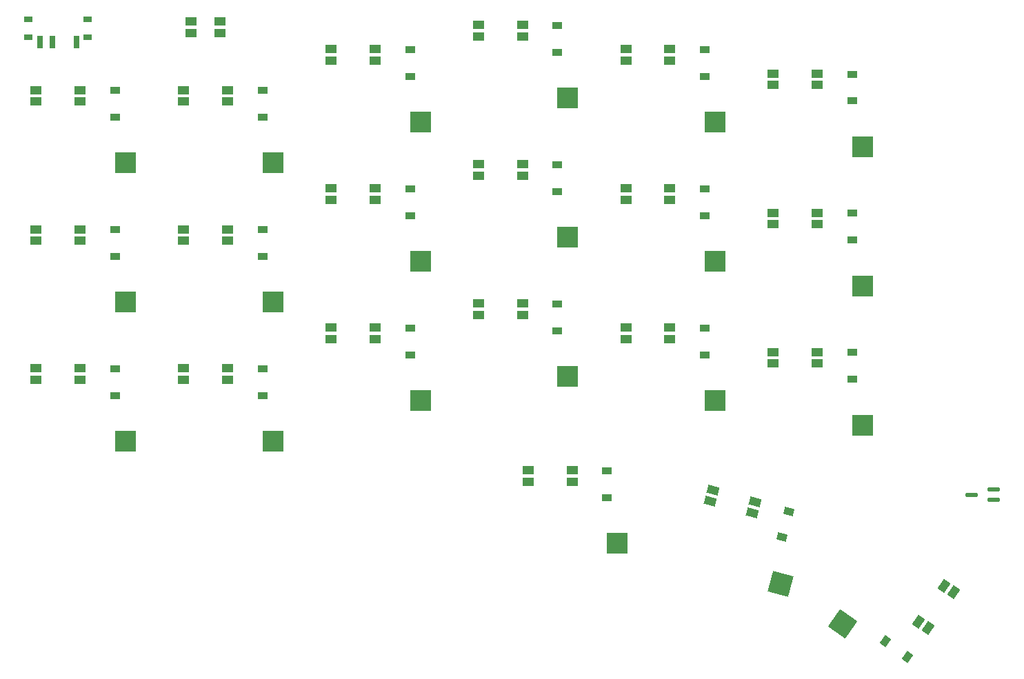
<source format=gbr>
%TF.GenerationSoftware,KiCad,Pcbnew,8.0.5*%
%TF.CreationDate,2024-11-11T15:34:28+00:00*%
%TF.ProjectId,kybd,6b796264-2e6b-4696-9361-645f70636258,v1.0.0*%
%TF.SameCoordinates,Original*%
%TF.FileFunction,Paste,Top*%
%TF.FilePolarity,Positive*%
%FSLAX46Y46*%
G04 Gerber Fmt 4.6, Leading zero omitted, Abs format (unit mm)*
G04 Created by KiCad (PCBNEW 8.0.5) date 2024-11-11 15:34:28*
%MOMM*%
%LPD*%
G01*
G04 APERTURE LIST*
G04 Aperture macros list*
%AMRoundRect*
0 Rectangle with rounded corners*
0 $1 Rounding radius*
0 $2 $3 $4 $5 $6 $7 $8 $9 X,Y pos of 4 corners*
0 Add a 4 corners polygon primitive as box body*
4,1,4,$2,$3,$4,$5,$6,$7,$8,$9,$2,$3,0*
0 Add four circle primitives for the rounded corners*
1,1,$1+$1,$2,$3*
1,1,$1+$1,$4,$5*
1,1,$1+$1,$6,$7*
1,1,$1+$1,$8,$9*
0 Add four rect primitives between the rounded corners*
20,1,$1+$1,$2,$3,$4,$5,0*
20,1,$1+$1,$4,$5,$6,$7,0*
20,1,$1+$1,$6,$7,$8,$9,0*
20,1,$1+$1,$8,$9,$2,$3,0*%
%AMRotRect*
0 Rectangle, with rotation*
0 The origin of the aperture is its center*
0 $1 length*
0 $2 width*
0 $3 Rotation angle, in degrees counterclockwise*
0 Add horizontal line*
21,1,$1,$2,0,0,$3*%
G04 Aperture macros list end*
%ADD10RotRect,0.900000X1.200000X255.000000*%
%ADD11R,1.400000X1.050000*%
%ADD12R,1.200000X0.900000*%
%ADD13R,2.600000X2.600000*%
%ADD14RotRect,2.600000X2.600000X165.000000*%
%ADD15RotRect,2.600000X2.600000X55.000000*%
%ADD16RotRect,0.900000X1.200000X145.000000*%
%ADD17R,1.400000X1.000000*%
%ADD18RotRect,1.400000X1.000000X235.000000*%
%ADD19RotRect,1.400000X1.000000X165.000000*%
%ADD20R,1.000000X0.800000*%
%ADD21R,0.700000X1.500000*%
%ADD22RoundRect,0.112500X0.637500X-0.112500X0.637500X0.112500X-0.637500X0.112500X-0.637500X-0.112500X0*%
G04 APERTURE END LIST*
D10*
%TO.C,D20*%
X164744350Y-87337222D03*
X163890250Y-90524778D03*
%TD*%
D11*
%TO.C,SW1*%
X91300000Y-28620000D03*
X94900000Y-28620000D03*
X91300000Y-27180000D03*
X94900000Y-27180000D03*
%TD*%
D12*
%TO.C,D5*%
X100100000Y-52750000D03*
X100100000Y-56050000D03*
%TD*%
%TO.C,D17*%
X172500000Y-50750000D03*
X172500000Y-54050000D03*
%TD*%
D13*
%TO.C,S20*%
X143675000Y-91250000D03*
%TD*%
%TO.C,S10*%
X119475000Y-39550000D03*
%TD*%
%TO.C,S8*%
X119475000Y-73750000D03*
%TD*%
D12*
%TO.C,D19*%
X142400000Y-82350000D03*
X142400000Y-85650000D03*
%TD*%
D13*
%TO.C,S4*%
X83275000Y-44550000D03*
%TD*%
D12*
%TO.C,D10*%
X136300000Y-61850000D03*
X136300000Y-65150000D03*
%TD*%
%TO.C,D15*%
X154400000Y-30650000D03*
X154400000Y-33950000D03*
%TD*%
D13*
%TO.C,S14*%
X155675000Y-73750000D03*
%TD*%
%TO.C,S2*%
X83275000Y-78750000D03*
%TD*%
D12*
%TO.C,D8*%
X118200000Y-47750000D03*
X118200000Y-51050000D03*
%TD*%
D13*
%TO.C,S5*%
X101375000Y-78750000D03*
%TD*%
D12*
%TO.C,D7*%
X118200000Y-64850000D03*
X118200000Y-68150000D03*
%TD*%
D13*
%TO.C,S18*%
X173775000Y-59650000D03*
%TD*%
D12*
%TO.C,D4*%
X100100000Y-69850000D03*
X100100000Y-73150000D03*
%TD*%
D13*
%TO.C,S11*%
X137575000Y-70750000D03*
%TD*%
D12*
%TO.C,D6*%
X100100000Y-35650000D03*
X100100000Y-38950000D03*
%TD*%
%TO.C,D1*%
X82000000Y-69850000D03*
X82000000Y-73150000D03*
%TD*%
D13*
%TO.C,S17*%
X173775000Y-76750000D03*
%TD*%
%TO.C,S6*%
X101375000Y-61650000D03*
%TD*%
%TO.C,S15*%
X155675000Y-56650000D03*
%TD*%
D12*
%TO.C,D13*%
X154400000Y-64850000D03*
X154400000Y-68150000D03*
%TD*%
D14*
%TO.C,S21*%
X163672465Y-96263949D03*
%TD*%
D15*
%TO.C,S1*%
X171289635Y-101145072D03*
%TD*%
D12*
%TO.C,D3*%
X82000000Y-35650000D03*
X82000000Y-38950000D03*
%TD*%
D13*
%TO.C,S19*%
X173775000Y-42550000D03*
%TD*%
%TO.C,S7*%
X101375000Y-44550000D03*
%TD*%
D16*
%TO.C,D21*%
X179311401Y-105205501D03*
X176608199Y-103312699D03*
%TD*%
D12*
%TO.C,D11*%
X136300000Y-44750000D03*
X136300000Y-48050000D03*
%TD*%
%TO.C,D16*%
X172500000Y-67850000D03*
X172500000Y-71150000D03*
%TD*%
%TO.C,D18*%
X172500000Y-33650000D03*
X172500000Y-36950000D03*
%TD*%
D13*
%TO.C,S9*%
X119475000Y-56650000D03*
%TD*%
D12*
%TO.C,D14*%
X154400000Y-47750000D03*
X154400000Y-51050000D03*
%TD*%
D13*
%TO.C,S12*%
X137575000Y-53650000D03*
%TD*%
D12*
%TO.C,D2*%
X82000000Y-52750000D03*
X82000000Y-56050000D03*
%TD*%
%TO.C,D12*%
X136300000Y-27650000D03*
X136300000Y-30950000D03*
%TD*%
D13*
%TO.C,S16*%
X155675000Y-39550000D03*
%TD*%
D12*
%TO.C,D9*%
X118200000Y-30650000D03*
X118200000Y-33950000D03*
%TD*%
D13*
%TO.C,S13*%
X137575000Y-36550000D03*
%TD*%
%TO.C,S3*%
X83275000Y-61650000D03*
%TD*%
D17*
%TO.C,LED3*%
X132000000Y-27600000D03*
X132000000Y-29000000D03*
X126600000Y-29000000D03*
X126600000Y-27600000D03*
%TD*%
%TO.C,LED1*%
X168200000Y-33600000D03*
X168200000Y-35000000D03*
X162800000Y-35000000D03*
X162800000Y-33600000D03*
%TD*%
%TO.C,LED18*%
X77700000Y-69800000D03*
X77700000Y-71200000D03*
X72300000Y-71200000D03*
X72300000Y-69800000D03*
%TD*%
%TO.C,LED15*%
X132000000Y-61800000D03*
X132000000Y-63200000D03*
X126600000Y-63200000D03*
X126600000Y-61800000D03*
%TD*%
D18*
%TO.C,LED21*%
X181818750Y-101711814D03*
X180671937Y-100908807D03*
X183769250Y-96485386D03*
X184916063Y-97288393D03*
%TD*%
D17*
%TO.C,LED6*%
X77700000Y-35600000D03*
X77700000Y-37000000D03*
X72300000Y-37000000D03*
X72300000Y-35600000D03*
%TD*%
%TO.C,LED11*%
X144700000Y-49100000D03*
X144700000Y-47700000D03*
X150100000Y-47700000D03*
X150100000Y-49100000D03*
%TD*%
D19*
%TO.C,LED20*%
X155025527Y-86130637D03*
X155387874Y-84778340D03*
X160603873Y-86175963D03*
X160241526Y-87528260D03*
%TD*%
D17*
%TO.C,LED7*%
X72300000Y-54100000D03*
X72300000Y-52700000D03*
X77700000Y-52700000D03*
X77700000Y-54100000D03*
%TD*%
%TO.C,LED17*%
X95800000Y-69800000D03*
X95800000Y-71200000D03*
X90400000Y-71200000D03*
X90400000Y-69800000D03*
%TD*%
%TO.C,LED19*%
X132700000Y-83700000D03*
X132700000Y-82300000D03*
X138100000Y-82300000D03*
X138100000Y-83700000D03*
%TD*%
%TO.C,LED9*%
X108500000Y-49100000D03*
X108500000Y-47700000D03*
X113900000Y-47700000D03*
X113900000Y-49100000D03*
%TD*%
%TO.C,LED14*%
X150100000Y-64800000D03*
X150100000Y-66200000D03*
X144700000Y-66200000D03*
X144700000Y-64800000D03*
%TD*%
%TO.C,LED5*%
X95800000Y-35600000D03*
X95800000Y-37000000D03*
X90400000Y-37000000D03*
X90400000Y-35600000D03*
%TD*%
%TO.C,LED12*%
X162800000Y-52100000D03*
X162800000Y-50700000D03*
X168200000Y-50700000D03*
X168200000Y-52100000D03*
%TD*%
%TO.C,LED10*%
X126600000Y-46100000D03*
X126600000Y-44700000D03*
X132000000Y-44700000D03*
X132000000Y-46100000D03*
%TD*%
D20*
%TO.C,PWR1*%
X71350000Y-29085000D03*
X78650000Y-29085000D03*
X71350000Y-26875000D03*
X78650000Y-26875000D03*
D21*
X77250000Y-29735000D03*
X74250000Y-29735000D03*
X72750000Y-29735000D03*
%TD*%
D17*
%TO.C,LED4*%
X113900000Y-30600000D03*
X113900000Y-32000000D03*
X108500000Y-32000000D03*
X108500000Y-30600000D03*
%TD*%
D22*
%TO.C,D22*%
X189830000Y-85950000D03*
X189830000Y-84650000D03*
X187170000Y-85300000D03*
%TD*%
D17*
%TO.C,LED13*%
X168200000Y-67800000D03*
X168200000Y-69200000D03*
X162800000Y-69200000D03*
X162800000Y-67800000D03*
%TD*%
%TO.C,LED8*%
X90400000Y-54100000D03*
X90400000Y-52700000D03*
X95800000Y-52700000D03*
X95800000Y-54100000D03*
%TD*%
%TO.C,LED16*%
X113900000Y-64800000D03*
X113900000Y-66200000D03*
X108500000Y-66200000D03*
X108500000Y-64800000D03*
%TD*%
%TO.C,LED2*%
X150100000Y-30600000D03*
X150100000Y-32000000D03*
X144700000Y-32000000D03*
X144700000Y-30600000D03*
%TD*%
M02*

</source>
